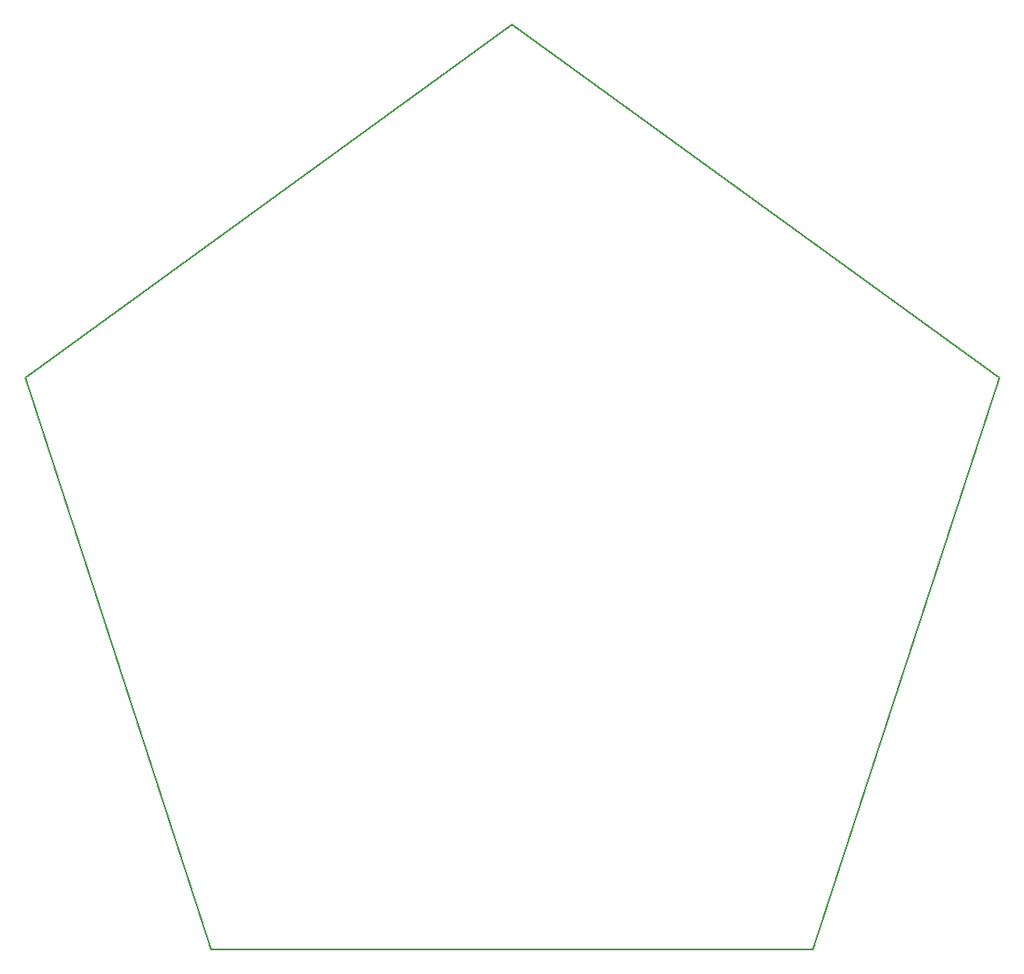
<source format=gm1>
G04 MADE WITH FRITZING*
G04 WWW.FRITZING.ORG*
G04 DOUBLE SIDED*
G04 HOLES PLATED*
G04 CONTOUR ON CENTER OF CONTOUR VECTOR*
%ASAXBY*%
%FSLAX23Y23*%
%MOIN*%
%OFA0B0*%
%SFA1.0B1.0*%
%ADD10C,0.008*%
%LNCONTOUR*%
G90*
G70*
G54D10*
X1915Y3644D02*
X0Y2253D01*
X731Y1D01*
X3098Y1D01*
X3829Y2253D01*
X1915Y3644D01*
D02*
G04 End of contour*
M02*
</source>
